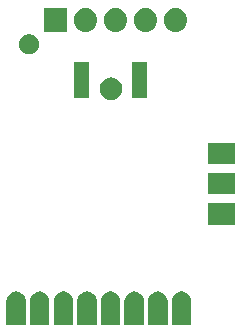
<source format=gbr>
%TF.GenerationSoftware,KiCad,Pcbnew,(5.0.2)-1*%
%TF.CreationDate,2019-01-25T23:08:12+01:00*%
%TF.ProjectId,HM-LC-Sw1-Pl-DN-R1_S26,484d2d4c-432d-4537-9731-2d506c2d444e,rev?*%
%TF.SameCoordinates,Original*%
%TF.FileFunction,Soldermask,Top*%
%TF.FilePolarity,Negative*%
%FSLAX46Y46*%
G04 Gerber Fmt 4.6, Leading zero omitted, Abs format (unit mm)*
G04 Created by KiCad (PCBNEW (5.0.2)-1) date 25.01.2019 23:08:12*
%MOMM*%
%LPD*%
G01*
G04 APERTURE LIST*
%ADD10C,0.100000*%
G04 APERTURE END LIST*
D10*
G36*
X160152554Y-118839656D02*
X160205684Y-118850224D01*
X160355824Y-118912414D01*
X160490036Y-119002092D01*
X160490950Y-119002703D01*
X160605857Y-119117610D01*
X160605859Y-119117613D01*
X160696146Y-119252736D01*
X160696146Y-119252737D01*
X160758336Y-119402877D01*
X160776244Y-119492906D01*
X160783357Y-119516355D01*
X160790040Y-119528858D01*
X160790040Y-121693520D01*
X159140040Y-121693520D01*
X159140040Y-119528858D01*
X159146723Y-119516355D01*
X159153836Y-119492906D01*
X159171744Y-119402877D01*
X159233934Y-119252737D01*
X159233934Y-119252736D01*
X159324221Y-119117613D01*
X159324223Y-119117610D01*
X159439130Y-119002703D01*
X159440044Y-119002092D01*
X159574256Y-118912414D01*
X159724396Y-118850224D01*
X159777526Y-118839656D01*
X159883783Y-118818520D01*
X160046297Y-118818520D01*
X160152554Y-118839656D01*
X160152554Y-118839656D01*
G37*
G36*
X146152554Y-118839656D02*
X146205684Y-118850224D01*
X146355824Y-118912414D01*
X146490036Y-119002092D01*
X146490950Y-119002703D01*
X146605857Y-119117610D01*
X146605859Y-119117613D01*
X146696146Y-119252736D01*
X146696146Y-119252737D01*
X146758336Y-119402877D01*
X146776244Y-119492906D01*
X146783357Y-119516355D01*
X146790040Y-119528858D01*
X146790040Y-121693520D01*
X145140040Y-121693520D01*
X145140040Y-119528858D01*
X145146723Y-119516355D01*
X145153836Y-119492906D01*
X145171744Y-119402877D01*
X145233934Y-119252737D01*
X145233934Y-119252736D01*
X145324221Y-119117613D01*
X145324223Y-119117610D01*
X145439130Y-119002703D01*
X145440044Y-119002092D01*
X145574256Y-118912414D01*
X145724396Y-118850224D01*
X145777526Y-118839656D01*
X145883783Y-118818520D01*
X146046297Y-118818520D01*
X146152554Y-118839656D01*
X146152554Y-118839656D01*
G37*
G36*
X148152554Y-118839656D02*
X148205684Y-118850224D01*
X148355824Y-118912414D01*
X148490036Y-119002092D01*
X148490950Y-119002703D01*
X148605857Y-119117610D01*
X148605859Y-119117613D01*
X148696146Y-119252736D01*
X148696146Y-119252737D01*
X148758336Y-119402877D01*
X148776244Y-119492906D01*
X148783357Y-119516355D01*
X148790040Y-119528858D01*
X148790040Y-121693520D01*
X147140040Y-121693520D01*
X147140040Y-119528858D01*
X147146723Y-119516355D01*
X147153836Y-119492906D01*
X147171744Y-119402877D01*
X147233934Y-119252737D01*
X147233934Y-119252736D01*
X147324221Y-119117613D01*
X147324223Y-119117610D01*
X147439130Y-119002703D01*
X147440044Y-119002092D01*
X147574256Y-118912414D01*
X147724396Y-118850224D01*
X147777526Y-118839656D01*
X147883783Y-118818520D01*
X148046297Y-118818520D01*
X148152554Y-118839656D01*
X148152554Y-118839656D01*
G37*
G36*
X150152554Y-118839656D02*
X150205684Y-118850224D01*
X150355824Y-118912414D01*
X150490036Y-119002092D01*
X150490950Y-119002703D01*
X150605857Y-119117610D01*
X150605859Y-119117613D01*
X150696146Y-119252736D01*
X150696146Y-119252737D01*
X150758336Y-119402877D01*
X150776244Y-119492906D01*
X150783357Y-119516355D01*
X150790040Y-119528858D01*
X150790040Y-121693520D01*
X149140040Y-121693520D01*
X149140040Y-119528858D01*
X149146723Y-119516355D01*
X149153836Y-119492906D01*
X149171744Y-119402877D01*
X149233934Y-119252737D01*
X149233934Y-119252736D01*
X149324221Y-119117613D01*
X149324223Y-119117610D01*
X149439130Y-119002703D01*
X149440044Y-119002092D01*
X149574256Y-118912414D01*
X149724396Y-118850224D01*
X149777526Y-118839656D01*
X149883783Y-118818520D01*
X150046297Y-118818520D01*
X150152554Y-118839656D01*
X150152554Y-118839656D01*
G37*
G36*
X152152554Y-118839656D02*
X152205684Y-118850224D01*
X152355824Y-118912414D01*
X152490036Y-119002092D01*
X152490950Y-119002703D01*
X152605857Y-119117610D01*
X152605859Y-119117613D01*
X152696146Y-119252736D01*
X152696146Y-119252737D01*
X152758336Y-119402877D01*
X152776244Y-119492906D01*
X152783357Y-119516355D01*
X152790040Y-119528858D01*
X152790040Y-121693520D01*
X151140040Y-121693520D01*
X151140040Y-119528858D01*
X151146723Y-119516355D01*
X151153836Y-119492906D01*
X151171744Y-119402877D01*
X151233934Y-119252737D01*
X151233934Y-119252736D01*
X151324221Y-119117613D01*
X151324223Y-119117610D01*
X151439130Y-119002703D01*
X151440044Y-119002092D01*
X151574256Y-118912414D01*
X151724396Y-118850224D01*
X151777526Y-118839656D01*
X151883783Y-118818520D01*
X152046297Y-118818520D01*
X152152554Y-118839656D01*
X152152554Y-118839656D01*
G37*
G36*
X154152554Y-118839656D02*
X154205684Y-118850224D01*
X154355824Y-118912414D01*
X154490036Y-119002092D01*
X154490950Y-119002703D01*
X154605857Y-119117610D01*
X154605859Y-119117613D01*
X154696146Y-119252736D01*
X154696146Y-119252737D01*
X154758336Y-119402877D01*
X154776244Y-119492906D01*
X154783357Y-119516355D01*
X154790040Y-119528858D01*
X154790040Y-121693520D01*
X153140040Y-121693520D01*
X153140040Y-119528858D01*
X153146723Y-119516355D01*
X153153836Y-119492906D01*
X153171744Y-119402877D01*
X153233934Y-119252737D01*
X153233934Y-119252736D01*
X153324221Y-119117613D01*
X153324223Y-119117610D01*
X153439130Y-119002703D01*
X153440044Y-119002092D01*
X153574256Y-118912414D01*
X153724396Y-118850224D01*
X153777526Y-118839656D01*
X153883783Y-118818520D01*
X154046297Y-118818520D01*
X154152554Y-118839656D01*
X154152554Y-118839656D01*
G37*
G36*
X156152554Y-118839656D02*
X156205684Y-118850224D01*
X156355824Y-118912414D01*
X156490036Y-119002092D01*
X156490950Y-119002703D01*
X156605857Y-119117610D01*
X156605859Y-119117613D01*
X156696146Y-119252736D01*
X156696146Y-119252737D01*
X156758336Y-119402877D01*
X156776244Y-119492906D01*
X156783357Y-119516355D01*
X156790040Y-119528858D01*
X156790040Y-121693520D01*
X155140040Y-121693520D01*
X155140040Y-119528858D01*
X155146723Y-119516355D01*
X155153836Y-119492906D01*
X155171744Y-119402877D01*
X155233934Y-119252737D01*
X155233934Y-119252736D01*
X155324221Y-119117613D01*
X155324223Y-119117610D01*
X155439130Y-119002703D01*
X155440044Y-119002092D01*
X155574256Y-118912414D01*
X155724396Y-118850224D01*
X155777526Y-118839656D01*
X155883783Y-118818520D01*
X156046297Y-118818520D01*
X156152554Y-118839656D01*
X156152554Y-118839656D01*
G37*
G36*
X158152554Y-118839656D02*
X158205684Y-118850224D01*
X158355824Y-118912414D01*
X158490036Y-119002092D01*
X158490950Y-119002703D01*
X158605857Y-119117610D01*
X158605859Y-119117613D01*
X158696146Y-119252736D01*
X158696146Y-119252737D01*
X158758336Y-119402877D01*
X158776244Y-119492906D01*
X158783357Y-119516355D01*
X158790040Y-119528858D01*
X158790040Y-121693520D01*
X157140040Y-121693520D01*
X157140040Y-119528858D01*
X157146723Y-119516355D01*
X157153836Y-119492906D01*
X157171744Y-119402877D01*
X157233934Y-119252737D01*
X157233934Y-119252736D01*
X157324221Y-119117613D01*
X157324223Y-119117610D01*
X157439130Y-119002703D01*
X157440044Y-119002092D01*
X157574256Y-118912414D01*
X157724396Y-118850224D01*
X157777526Y-118839656D01*
X157883783Y-118818520D01*
X158046297Y-118818520D01*
X158152554Y-118839656D01*
X158152554Y-118839656D01*
G37*
G36*
X164522800Y-113168000D02*
X162222800Y-113168000D01*
X162222800Y-111368000D01*
X164522800Y-111368000D01*
X164522800Y-113168000D01*
X164522800Y-113168000D01*
G37*
G36*
X164522800Y-110602600D02*
X162222800Y-110602600D01*
X162222800Y-108802600D01*
X164522800Y-108802600D01*
X164522800Y-110602600D01*
X164522800Y-110602600D01*
G37*
G36*
X164522800Y-108011800D02*
X162222800Y-108011800D01*
X162222800Y-106211800D01*
X164522800Y-106211800D01*
X164522800Y-108011800D01*
X164522800Y-108011800D01*
G37*
G36*
X154139651Y-100709927D02*
X154277305Y-100737308D01*
X154450194Y-100808921D01*
X154605790Y-100912887D01*
X154738113Y-101045210D01*
X154842079Y-101200806D01*
X154913692Y-101373695D01*
X154950200Y-101557233D01*
X154950200Y-101744367D01*
X154913692Y-101927905D01*
X154842079Y-102100794D01*
X154738113Y-102256390D01*
X154605790Y-102388713D01*
X154450194Y-102492679D01*
X154277305Y-102564292D01*
X154139651Y-102591673D01*
X154093768Y-102600800D01*
X153906632Y-102600800D01*
X153860749Y-102591673D01*
X153723095Y-102564292D01*
X153550206Y-102492679D01*
X153394610Y-102388713D01*
X153262287Y-102256390D01*
X153158321Y-102100794D01*
X153086708Y-101927905D01*
X153050200Y-101744367D01*
X153050200Y-101557233D01*
X153086708Y-101373695D01*
X153158321Y-101200806D01*
X153262287Y-101045210D01*
X153394610Y-100912887D01*
X153550206Y-100808921D01*
X153723095Y-100737308D01*
X153860749Y-100709927D01*
X153906632Y-100700800D01*
X154093768Y-100700800D01*
X154139651Y-100709927D01*
X154139651Y-100709927D01*
G37*
G36*
X157068280Y-102464600D02*
X155768280Y-102464600D01*
X155768280Y-99414600D01*
X157068280Y-99414600D01*
X157068280Y-102464600D01*
X157068280Y-102464600D01*
G37*
G36*
X152168280Y-102464600D02*
X150868280Y-102464600D01*
X150868280Y-99414600D01*
X152168280Y-99414600D01*
X152168280Y-102464600D01*
X152168280Y-102464600D01*
G37*
G36*
X147313934Y-97074264D02*
X147468627Y-97138340D01*
X147607847Y-97231364D01*
X147726236Y-97349753D01*
X147819260Y-97488973D01*
X147883336Y-97643666D01*
X147916000Y-97807881D01*
X147916000Y-97975319D01*
X147883336Y-98139534D01*
X147819260Y-98294227D01*
X147726236Y-98433447D01*
X147607847Y-98551836D01*
X147468627Y-98644860D01*
X147313934Y-98708936D01*
X147149719Y-98741600D01*
X146982281Y-98741600D01*
X146818066Y-98708936D01*
X146663373Y-98644860D01*
X146524153Y-98551836D01*
X146405764Y-98433447D01*
X146312740Y-98294227D01*
X146248664Y-98139534D01*
X146216000Y-97975319D01*
X146216000Y-97807881D01*
X146248664Y-97643666D01*
X146312740Y-97488973D01*
X146405764Y-97349753D01*
X146524153Y-97231364D01*
X146663373Y-97138340D01*
X146818066Y-97074264D01*
X146982281Y-97041600D01*
X147149719Y-97041600D01*
X147313934Y-97074264D01*
X147313934Y-97074264D01*
G37*
G36*
X159657230Y-94848669D02*
X159657233Y-94848670D01*
X159657234Y-94848670D01*
X159845735Y-94905851D01*
X159845737Y-94905852D01*
X160019460Y-94998709D01*
X160171728Y-95123672D01*
X160296691Y-95275940D01*
X160389548Y-95449663D01*
X160446731Y-95638170D01*
X160466038Y-95834200D01*
X160446731Y-96030230D01*
X160389548Y-96218737D01*
X160296691Y-96392460D01*
X160171728Y-96544728D01*
X160019460Y-96669691D01*
X160019458Y-96669692D01*
X159845735Y-96762549D01*
X159657234Y-96819730D01*
X159657233Y-96819730D01*
X159657230Y-96819731D01*
X159510324Y-96834200D01*
X159412076Y-96834200D01*
X159265170Y-96819731D01*
X159265167Y-96819730D01*
X159265166Y-96819730D01*
X159076665Y-96762549D01*
X158902942Y-96669692D01*
X158902940Y-96669691D01*
X158750672Y-96544728D01*
X158625709Y-96392460D01*
X158532852Y-96218737D01*
X158475669Y-96030230D01*
X158456362Y-95834200D01*
X158475669Y-95638170D01*
X158532852Y-95449663D01*
X158625709Y-95275940D01*
X158750672Y-95123672D01*
X158902940Y-94998709D01*
X159076663Y-94905852D01*
X159076665Y-94905851D01*
X159265166Y-94848670D01*
X159265167Y-94848670D01*
X159265170Y-94848669D01*
X159412076Y-94834200D01*
X159510324Y-94834200D01*
X159657230Y-94848669D01*
X159657230Y-94848669D01*
G37*
G36*
X157117230Y-94848669D02*
X157117233Y-94848670D01*
X157117234Y-94848670D01*
X157305735Y-94905851D01*
X157305737Y-94905852D01*
X157479460Y-94998709D01*
X157631728Y-95123672D01*
X157756691Y-95275940D01*
X157849548Y-95449663D01*
X157906731Y-95638170D01*
X157926038Y-95834200D01*
X157906731Y-96030230D01*
X157849548Y-96218737D01*
X157756691Y-96392460D01*
X157631728Y-96544728D01*
X157479460Y-96669691D01*
X157479458Y-96669692D01*
X157305735Y-96762549D01*
X157117234Y-96819730D01*
X157117233Y-96819730D01*
X157117230Y-96819731D01*
X156970324Y-96834200D01*
X156872076Y-96834200D01*
X156725170Y-96819731D01*
X156725167Y-96819730D01*
X156725166Y-96819730D01*
X156536665Y-96762549D01*
X156362942Y-96669692D01*
X156362940Y-96669691D01*
X156210672Y-96544728D01*
X156085709Y-96392460D01*
X155992852Y-96218737D01*
X155935669Y-96030230D01*
X155916362Y-95834200D01*
X155935669Y-95638170D01*
X155992852Y-95449663D01*
X156085709Y-95275940D01*
X156210672Y-95123672D01*
X156362940Y-94998709D01*
X156536663Y-94905852D01*
X156536665Y-94905851D01*
X156725166Y-94848670D01*
X156725167Y-94848670D01*
X156725170Y-94848669D01*
X156872076Y-94834200D01*
X156970324Y-94834200D01*
X157117230Y-94848669D01*
X157117230Y-94848669D01*
G37*
G36*
X150301200Y-96834200D02*
X148301200Y-96834200D01*
X148301200Y-94834200D01*
X150301200Y-94834200D01*
X150301200Y-96834200D01*
X150301200Y-96834200D01*
G37*
G36*
X154577230Y-94848669D02*
X154577233Y-94848670D01*
X154577234Y-94848670D01*
X154765735Y-94905851D01*
X154765737Y-94905852D01*
X154939460Y-94998709D01*
X155091728Y-95123672D01*
X155216691Y-95275940D01*
X155309548Y-95449663D01*
X155366731Y-95638170D01*
X155386038Y-95834200D01*
X155366731Y-96030230D01*
X155309548Y-96218737D01*
X155216691Y-96392460D01*
X155091728Y-96544728D01*
X154939460Y-96669691D01*
X154939458Y-96669692D01*
X154765735Y-96762549D01*
X154577234Y-96819730D01*
X154577233Y-96819730D01*
X154577230Y-96819731D01*
X154430324Y-96834200D01*
X154332076Y-96834200D01*
X154185170Y-96819731D01*
X154185167Y-96819730D01*
X154185166Y-96819730D01*
X153996665Y-96762549D01*
X153822942Y-96669692D01*
X153822940Y-96669691D01*
X153670672Y-96544728D01*
X153545709Y-96392460D01*
X153452852Y-96218737D01*
X153395669Y-96030230D01*
X153376362Y-95834200D01*
X153395669Y-95638170D01*
X153452852Y-95449663D01*
X153545709Y-95275940D01*
X153670672Y-95123672D01*
X153822940Y-94998709D01*
X153996663Y-94905852D01*
X153996665Y-94905851D01*
X154185166Y-94848670D01*
X154185167Y-94848670D01*
X154185170Y-94848669D01*
X154332076Y-94834200D01*
X154430324Y-94834200D01*
X154577230Y-94848669D01*
X154577230Y-94848669D01*
G37*
G36*
X152037230Y-94848669D02*
X152037233Y-94848670D01*
X152037234Y-94848670D01*
X152225735Y-94905851D01*
X152225737Y-94905852D01*
X152399460Y-94998709D01*
X152551728Y-95123672D01*
X152676691Y-95275940D01*
X152769548Y-95449663D01*
X152826731Y-95638170D01*
X152846038Y-95834200D01*
X152826731Y-96030230D01*
X152769548Y-96218737D01*
X152676691Y-96392460D01*
X152551728Y-96544728D01*
X152399460Y-96669691D01*
X152399458Y-96669692D01*
X152225735Y-96762549D01*
X152037234Y-96819730D01*
X152037233Y-96819730D01*
X152037230Y-96819731D01*
X151890324Y-96834200D01*
X151792076Y-96834200D01*
X151645170Y-96819731D01*
X151645167Y-96819730D01*
X151645166Y-96819730D01*
X151456665Y-96762549D01*
X151282942Y-96669692D01*
X151282940Y-96669691D01*
X151130672Y-96544728D01*
X151005709Y-96392460D01*
X150912852Y-96218737D01*
X150855669Y-96030230D01*
X150836362Y-95834200D01*
X150855669Y-95638170D01*
X150912852Y-95449663D01*
X151005709Y-95275940D01*
X151130672Y-95123672D01*
X151282940Y-94998709D01*
X151456663Y-94905852D01*
X151456665Y-94905851D01*
X151645166Y-94848670D01*
X151645167Y-94848670D01*
X151645170Y-94848669D01*
X151792076Y-94834200D01*
X151890324Y-94834200D01*
X152037230Y-94848669D01*
X152037230Y-94848669D01*
G37*
M02*

</source>
